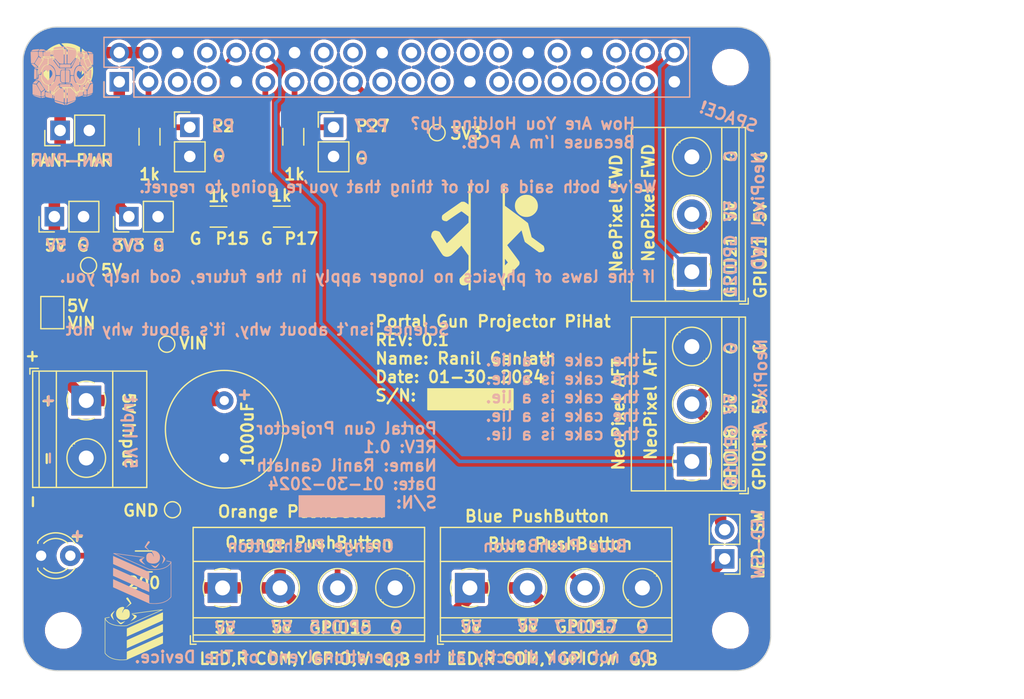
<source format=kicad_pcb>
(kicad_pcb (version 20221018) (generator pcbnew)
  (title_block (date "15 nov 2012"))
  (layers (0 "F.Cu" signal) (31 "B.Cu" power) (34 "B.Paste" user) (35 "F.Paste" user) (36 "B.SilkS" user "B.Silkscreen") (37 "F.SilkS" user "F.Silkscreen") (38 "B.Mask" user) (39 "F.Mask" user) (44 "Edge.Cuts" user))
  (net 0 "")
  (net 1 "GND")
  (net 2 "/GPIO3{slash}SCL1")
  (net 3 "/GPIO4{slash}GPCLK0")
  (net 4 "/GPIO14{slash}TXD0")
  (net 5 "/GPIO22")
  (net 6 "/GPIO23")
  (net 7 "/GPIO24")
  (net 8 "/GPIO10{slash}SPI0.MOSI")
  (net 9 "/GPIO9{slash}SPI0.MISO")
  (net 10 "/GPIO25")
  (net 11 "/GPIO11{slash}SPI0.SCLK")
  (net 12 "/GPIO8{slash}SPI0.CE0")
  (net 13 "/GPIO7{slash}SPI0.CE1")
  (net 14 "/ID_SDA")
  (net 15 "/ID_SCL")
  (net 16 "/GPIO5")
  (net 17 "/GPIO6")
  (net 18 "/GPIO12{slash}PWM0")
  (net 19 "/GPIO13{slash}PWM1")
  (net 20 "/GPIO19{slash}PCM.FS")
  (net 21 "/GPIO16")
  (net 22 "/GPIO26")
  (net 23 "/GPIO20{slash}PCM.DIN")
  (net 24 "+5V")
  (net 25 "+3V3")
  (net 26 "VIN")
  (net 27 "Net-(D1-A)")
  (net 28 "GPIO_SPARE_2")
  (net 29 "PB2_GPIO_WHT")
  (net 30 "PB1_GPIO_WHT")
  (net 31 "LED_AFT_GPIO")
  (net 32 "GPIO_SPARE_1")
  (net 33 "LED_FWD_GPIO")
  (net 34 "LED_PWR")
  (footprint "Connector_PinHeader_2.54mm:PinHeader_1x02_P2.54mm_Vertical" (layer "F.Cu") (at 102.725 60.5 90)
    (fp_text reference "J1" hide)
    (fp_text value "SPARE_5V_PWR")
    (pad "1" thru_hole rect (at 0 0 90) (size 1.7 1.7) (drill 1) (layers "*.Cu" "*.Mask") (net 24 "+5V"))
    (pad "2" thru_hole oval (at 0 2.54 90) (size 1.7 1.7) (drill 1) (layers "*.Cu" "*.Mask") (net 1 "GND"))
  )
  (footprint "MountingHole:MountingHole_2.7mm_M2.5" (layer "F.Cu") (at 161.5 47.5)
    (fp_text reference "MH2" hide)
    (fp_text value "MountingHole_2.7mm_M2.5" hide)
    (pad "" np_thru_hole circle locked (at 0 0) (size 2.7 2.7) (drill 2.7) (layers "*.Cu" "*.Mask"))
  )
  (footprint "Connector_PinHeader_2.54mm:PinHeader_1x02_P2.54mm_Vertical" (layer "F.Cu") (at 114.5 52.725)
    (fp_text reference "SW2" hide)
    (fp_text value "GPIO_SPARE_SW2")
    (pad "1" thru_hole rect (at 0 0) (size 1.7 1.7) (drill 1) (layers "*.Cu" "*.Mask") (net 28 "GPIO_SPARE_2"))
    (pad "2" thru_hole oval (at 0 2.54) (size 1.7 1.7) (drill 1) (layers "*.Cu" "*.Mask") (net 1 "GND"))
  )
  (footprint "Jumper:SolderJumper-2_P1.3mm_Open_Pad1.0x1.5mm" (layer "F.Cu") (at 102.55 68.85 -90)
    (fp_text reference "JP1" hide)
    (fp_text value "Jumper_2_Open")
    (pad "1" smd rect (at -0.65 0 270) (size 1 1.5) (layers "F.Cu" "F.Mask") (net 24 "+5V"))
    (pad "2" smd rect (at 0.65 0 270) (size 1 1.5) (layers "F.Cu" "F.Mask") (net 26 "VIN"))
  )
  (footprint "LED_THT:LED_D3.0mm" (layer "F.Cu") (at 101.575 90)
    (fp_text reference "D1" hide)
    (fp_text value "5V LED")
    (pad "1" thru_hole rect (at 0 0) (size 1.8 1.8) (drill 0.9) (layers "*.Cu" "*.Mask") (net 1 "GND"))
    (pad "2" thru_hole circle (at 2.54 0) (size 1.8 1.8) (drill 0.9) (layers "*.Cu" "*.Mask") (net 27 "Net-(D1-A)"))
  )
  (footprint "TerminalBlock_Phoenix:TerminalBlock_Phoenix_MKDS-1,5-3_1x03_P5.00mm_Horizontal" (layer "F.Cu") (at 158.15 65.3 90)
    (fp_text reference "J6" hide)
    (fp_text value "NeoPixelFWD")
    (pad "1" thru_hole rect (at 0 0 90) (size 2.6 2.6) (drill 1.3) (layers "*.Cu" "*.Mask") (net 33 "LED_FWD_GPIO"))
    (pad "2" thru_hole circle (at 5 0 90) (size 2.6 2.6) (drill 1.3) (layers "*.Cu" "*.Mask") (net 34 "LED_PWR"))
    (pad "3" thru_hole circle (at 10 0 90) (size 2.6 2.6) (drill 1.3) (layers "*.Cu" "*.Mask") (net 1 "GND"))
  )
  (footprint "TestPoint:TestPoint_Pad_D1.0mm" (layer "F.Cu") (at 136 53.2)
    (fp_text reference "TP2" hide)
    (fp_text value "TestPoint")
    (pad "1" smd circle (at 0 0) (size 1 1) (layers "F.Cu" "F.Mask") (net 25 "+3V3"))
  )
  (footprint "Resistor_SMD:R_1206_3216Metric_Pad1.30x1.75mm_HandSolder" (layer "F.Cu") (at 123.5 53.55 90)
    (fp_text reference "R1" hide)
    (fp_text value "1kOhm")
    (pad "1" smd roundrect (at -1.55 0 90) (size 1.3 1.75) (layers "F.Cu" "F.Paste" "F.Mask") (roundrect_rratio 0.1923076923) (net 1 "GND"))
    (pad "2" smd roundrect (at 1.55 0 90) (size 1.3 1.75) (layers "F.Cu" "F.Paste" "F.Mask") (roundrect_rratio 0.1923076923) (net 32 "GPIO_SPARE_1"))
  )
  (footprint "TerminalBlock_Phoenix:TerminalBlock_Phoenix_MKDS-1,5-4_1x04_P5.00mm_Horizontal" (layer "F.Cu") (at 117.35 92.8)
    (fp_text reference "J8" hide)
    (fp_text value "PushButton2")
    (pad "1" thru_hole rect (at 0 0) (size 2.6 2.6) (drill 1.3) (layers "*.Cu" "*.Mask") (net 24 "+5V"))
    (pad "2" thru_hole circle (at 5 0) (size 2.6 2.6) (drill 1.3) (layers "*.Cu" "*.Mask") (net 24 "+5V"))
    (pad "3" thru_hole circle (at 10 0) (size 2.6 2.6) (drill 1.3) (layers "*.Cu" "*.Mask") (net 29 "PB2_GPIO_WHT"))
    (pad "4" thru_hole circle (at 15 0) (size 2.6 2.6) (drill 1.3) (layers "*.Cu" "*.Mask") (net 1 "GND"))
  )
  (footprint "Resistor_SMD:R_1206_3216Metric_Pad1.30x1.75mm_HandSolder" (layer "F.Cu") (at 117 60.5)
    (fp_text reference "R5" hide)
    (fp_text value "1kOhm")
    (pad "1" smd roundrect (at -1.55 0) (size 1.3 1.75) (layers "F.Cu" "F.Paste" "F.Mask") (roundrect_rratio 0.1923076923) (net 1 "GND"))
    (pad "2" smd roundrect (at 1.55 0) (size 1.3 1.75) (layers "F.Cu" "F.Paste" "F.Mask") (roundrect_rratio 0.1923076923) (net 29 "PB2_GPIO_WHT"))
  )
  (footprint "Resistor_SMD:R_1206_3216Metric_Pad1.30x1.75mm_HandSolder" (layer "F.Cu") (at 110.5 90.5 180)
    (fp_text reference "R3" hide)
    (fp_text value "200ohm")
    (pad "1" smd roundrect (at -1.55 0 180) (size 1.3 1.75) (layers "F.Cu" "F.Paste" "F.Mask") (roundrect_rratio 0.1923076923) (net 24 "+5V"))
    (pad "2" smd roundrect (at 1.55 0 180) (size 1.3 1.75) (layers "F.Cu" "F.Paste" "F.Mask") (roundrect_rratio 0.1923076923) (net 27 "Net-(D1-A)"))
  )
  (footprint "TestPoint:TestPoint_Pad_D1.0mm" (layer "F.Cu") (at 113 86)
    (fp_text reference "TP4" hide)
    (fp_text value "TestPoint")
    (pad "1" smd circle (at 0 0) (size 1 1) (layers "F.Cu" "F.Mask") (net 1 "GND"))
  )
  (footprint "TerminalBlock_Phoenix:TerminalBlock_Phoenix_MKDS-1,5-2_1x02_P5.00mm_Horizontal" (layer "F.Cu") (at 105.5 76.5 -90)
    (fp_text reference "J2" hide)
    (fp_text value "5V Input")
    (pad "1" thru_hole rect (at 0 0 270) (size 2.6 2.6) (drill 1.3) (layers "*.Cu" "*.Mask") (net 26 "VIN"))
    (pad "2" thru_hole circle (at 5 0 270) (size 2.6 2.6) (drill 1.3) (layers "*.Cu" "*.Mask") (net 1 "GND"))
  )
  (footprint "TestPoint:TestPoint_Pad_D1.0mm" (layer "F.Cu") (at 112.5 71.6)
    (fp_text reference "TP3" hide)
    (fp_text value "TestPoint")
    (pad "1" smd circle (at 0 0) (size 1 1) (layers "F.Cu" "F.Mask") (net 26 "VIN"))
  )
  (footprint "MountingHole:MountingHole_2.7mm_M2.5" (layer "F.Cu") (at 103.5 96.5)
    (fp_text reference "MH3" hide)
    (fp_text value "MountingHole_2.7mm_M2.5" hide)
    (pad "" np_thru_hole circle locked (at 0 0) (size 2.7 2.7) (drill 2.7) (layers "*.Cu" "*.Mask"))
  )
  (footprint "testlib:aperture" (layer "F.Cu") (at 103.7 47.8)
    (fp_text reference "G***" hide)
    (fp_text value "LOGO" hide)
  )
  (footprint "Capacitor_THT:C_Radial_D10.0mm_H16.0mm_P5.00mm" (layer "F.Cu") (at 117.5 76.5 -90)
    (fp_text reference "C1" hide)
    (fp_text value "1000uF")
    (pad "1" thru_hole circle (at 0 0 270) (size 1.6 1.6) (drill 0.8) (layers "*.Cu" "*.Mask") (net 26 "VIN"))
    (pad "2" thru_hole circle (at 5 0 270) (size 1.6 1.6) (drill 0.8) (layers "*.Cu" "*.Mask") (net 1 "GND"))
  )
  (footprint "Resistor_SMD:R_1206_3216Metric_Pad1.30x1.75mm_HandSolder" (layer "F.Cu") (at 122.5 60.5)
    (fp_text reference "R4" hide)
    (fp_text value "1kOhm")
    (pad "1" smd roundrect (at -1.55 0) (size 1.3 1.75) (layers "F.Cu" "F.Paste" "F.Mask") (roundrect_rratio 0.1923076923) (net 1 "GND"))
    (pad "2" smd roundrect (at 1.55 0) (size 1.3 1.75) (layers "F.Cu" "F.Paste" "F.Mask") (roundrect_rratio 0.1923076923) (net 30 "PB1_GPIO_WHT"))
  )
  (footprint "Connector_PinHeader_2.54mm:PinHeader_1x02_P2.54mm_Vertical" (layer "F.Cu") (at 109.2 60.5 90)
    (fp_text reference "J4" hide)
    (fp_text value "SPARE_3V_PWR")
    (pad "1" thru_hole rect (at 0 0 90) (size 1.7 1.7) (drill 1) (layers "*.Cu" "*.Mask") (net 25 "+3V3"))
    (pad "2" thru_hole oval (at 0 2.54 90) (size 1.7 1.7) (drill 1) (layers "*.Cu" "*.Mask") (net 1 "GND"))
  )
  (footprint "TestPoint:TestPoint_Pad_D1.0mm" (layer "F.Cu") (at 105.7 64.75)
    (fp_text reference "TP1" hide)
    (fp_text value "TestPoint")
    (pad "1" smd circle (at 0 0) (size 1 1) (layers "F.Cu" "F.Mask") (net 24 "+5V"))
  )
  (footprint "TerminalBlock_Phoenix:TerminalBlock_Phoenix_MKDS-1,5-3_1x03_P5.00mm_Horizontal" (layer "F.Cu") (at 158.15 81.8 90)
    (fp_text reference "J9" hide)
    (fp_text value "NeoPixelAFT")
    (pad "1" thru_hole rect (at 0 0 90) (size 2.6 2.6) (drill 1.3) (layers "*.Cu" "*.Mask") (net 31 "LED_AFT_GPIO"))
    (pad "2" thru_hole circle (at 5 0 90) (size 2.6 2.6) (drill 1.3) (layers "*.Cu" "*.Mask") (net 34 "LED_PWR"))
    (pad "3" thru_hole circle (at 10 0 90) (size 2.6 2.6) (drill 1.3) (layers "*.Cu" "*.Mask") (net 1 "GND"))
  )
  (footprint "MountingHole:MountingHole_2.7mm_M2.5" (layer "F.Cu") (at 161.5 96.5)
    (fp_text reference "MH4" hide)
    (fp_text value "MountingHole_2.7mm_M2.5" hide)
    (pad "" np_thru_hole circle locked (at 0 0) (size 2.7 2.7) (drill 2.7) (layers "*.Cu" "*.Mask"))
  )
  (footprint "Connector_PinHeader_2.54mm:PinHeader_1x02_P2.54mm_Vertical" (layer "F.Cu") (at 103.225 53 90)
    (fp_text reference "J5" hide)
    (fp_text value "FAN_PWR")
    (pad "1" thru_hole rect (at 0 0 90) (size 1.7 1.7) (drill 1) (layers "*.Cu" "*.Mask") (net 24 "+5V"))
    (pad "2" thru_hole oval (at 0 2.54 90) (size 1.7 1.7) (drill 1) (layers "*.Cu" "*.Mask") (net 1 "GND"))
  )
  (footprint "testlib:cake" (layer "F.Cu") (at 109.7 96.3)
    (fp_text reference "G***" hide)
    (fp_text value "LOGO" hide)
  )
  (footprint "TerminalBlock_Phoenix:TerminalBlock_Phoenix_MKDS-1,5-4_1x04_P5.00mm_Horizontal" (layer "F.Cu") (at 138.85 92.8)
    (fp_text reference "J7" hide)
    (fp_text value "PushButton1")
    (pad "1" thru_hole rect (at 0 0) (size 2.6 2.6) (drill 1.3) (layers "*.Cu" "*.Mask") (net 24 "+5V"))
    (pad "2" thru_hole circle (at 5 0) (size 2.6 2.6) (drill 1.3) (layers "*.Cu" "*.Mask") (net 24 "+5V"))
    (pad "3" thru_hole circle (at 10 0) (size 2.6 2.6) (drill 1.3) (layers "*.Cu" "*.Mask") (net 30 "PB1_GPIO_WHT"))
    (pad "4" thru_hole circle (at 15 0) (size 2.6 2.6) (drill 1.3) (layers "*.Cu" "*.Mask") (net 1 "GND"))
  )
  (footprint "Connector_PinHeader_2.54mm:PinHeader_1x02_P2.54mm_Vertical" (layer "F.Cu") (at 127 52.725)
    (fp_text reference "SW1" hide)
    (fp_text value "GPIO_SPARE_SW1")
    (pad "1" thru_hole rect (at 0 0) (size 1.7 1.7) (drill 1) (layers "*.Cu" "*.Mask") (net 32 "GPIO_SPARE_1"))
    (pad "2" thru_hole oval (at 0 2.54) (size 1.7 1.7) (drill 1) (layers "*.Cu" "*.Mask") (net 1 "GND"))
  )
  (footprint "Connector_PinHeader_2.54mm:PinHeader_1x02_P2.54mm_Vertical" (layer "F.Cu") (at 161 90.275 180)
    (fp_text reference "SW3" hide)
    (fp_text value "LED_PWR_SW")
    (pad "1" thru_hole rect (at 0 0 180) (size 1.7 1.7) (drill 1) (layers "*.Cu" "*.Mask") (net 24 "+5V"))
    (pad "2" thru_hole oval (at 0 2.54 180) (size 1.7 1.7) (drill 1) (layers "*.Cu" "*.Mask") (net 34 "LED_PWR"))
  )
  (footprint "Resistor_SMD:R_1206_3216Metric_Pad1.30x1.75mm_HandSolder" (layer "F.Cu") (at 111 53.55 90)
    (fp_text reference "R2" hide)
    (fp_text value "1kOhm")
    (pad "1" smd roundrect (at -1.55 0 90) (size 1.3 1.75) (layers "F.Cu" "F.Paste" "F.Mask") (roundrect_rratio 0.1923076923) (net 1 "GND"))
    (pad "2" smd roundrect (at 1.55 0 90) (size 1.3 1.75) (layers "F.Cu" "F.Paste" "F.Mask") (roundrect_rratio 0.1923076923) (net 28 "GPIO_SPARE_2"))
  )
  (footprint "testlib:guy2" (layer "F.Cu") (at 140.4 62.3)
    (fp_text reference "G***" hide)
    (fp_text value "LOGO" hide)
  )
  (footprint "testlib:cube" (layer "B.Cu") (at 103.5 48.2 180)
    (fp_text reference "G***" hide)
    (fp_text value "LOGO" hide)
  )
  (footprint "testlib:cake" (layer "B.Cu") (at 110.3 91.4 180)
    (fp_text reference "G***" hide)
    (fp_text value "LOGO" hide)
  )
  (footprint "Connector_PinSocket_2.54mm:PinSocket_2x20_P2.54mm_Vertical" (layer "B.Cu") (at 108.37 48.77 -90)
    (fp_text reference "J3" hide)
    (fp_text value "GPIO")
    (pad "1" thru_hole rect (at 0 0 270) (size 1.7 1.7) (drill 1) (layers "*.Cu" "*.Mask") (net 25 "+3V3"))
    (pad "2" thru_hole oval (at -2.54 0 270) (size 1.7 1.7) (drill 1) (layers "*.Cu" "*.Mask") (net 24 "+5V"))
    (pad "3" thru_hole oval (at 0 -2.54 270) (size 1.7 1.7) (drill 1) (layers "*.Cu" "*.Mask") (net 28 "GPIO_SPARE_2"))
    (pad "4" thru_hole oval (at -2.54 -2.54 270) (size 1.7 1.7) (drill 1) (layers "*.Cu" "*.Mask") (net 24 "+5V"))
    (pad "5" thru_hole oval (at 0 -5.08 270) (size 1.7 1.7) (drill 1) (layers "*.Cu" "*.Mask") (net 2 "/GPIO3{slash}SCL1"))
    (pad "6" thru_hole oval (at -2.54 -5.08 270) (size 1.7 1.7) (drill 1) (layers "*.Cu" "*.Mask") (net 1 "GND"))
    (pad "7" thru_hole oval (at 0 -7.62 270) (size 1.7 1.7) (drill 1) (layers "*.Cu" "*.Mask") (net 3 "/GPIO4{slash}GPCLK0"))
    (pad "8" thru_hole oval (at -2.54 -7.62 270) (size 1.7 1.7) (drill 1) (layers "*.Cu" "*.Mask") (net 4 "/GPIO14{slash}TXD0"))
    (pad "9" thru_hole oval (at 0 -10.16 270) (size 1.7 1.7) (drill 1) (layers "*.Cu" "*.Mask") (net 1 "GND"))
    (pad "10" thru_hole oval (at -2.54 -10.16 270) (size 1.7 1.7) (drill 1) (layers "*.Cu" "*.Mask") (net 29 "PB2_GPIO_WHT"))
    (pad "11" thru_hole oval (at 0 -12.7 270) (size 1.7 1.7) (drill 1) (layers "*.Cu" "*.Mask") (net 30 "PB1_GPIO_WHT"))
    (pad "12" thru_hole oval (at -2.54 -12.7 270) (size 1.7 1.7) (drill 1) (layers "*.Cu" "*.Mask") (net 31 "LED_AFT_GPIO"))
    (pad "13" thru_hole oval (at 0 -15.24 270) (size 1.7 1.7) (drill 1) (layers "*.Cu" "*.Mask") (net 32 "GPIO_SPARE_1"))
    (pad "14" thru_hole oval (at -2.54 -15.24 270) (size 1.7 1.7) (drill 1) (layers "*.Cu" "*.Mask") (net 1 "GND"))
    (pad "15" thru_hole oval (at 0 -17.78 270) (size 1.7 1.7) (drill 1) (layers "*.Cu" "*.Mask") (net 5 "/GPIO22"))
    (pad "16" thru_hole oval (at -2.54 -17.78 270) (size 1.7 1.7) (drill 1) (layers "*.Cu" "*.Mask") (net 6 "/GPIO23"))
    (pad "17" thru_hole oval (at 0 -20.32 270) (size 1.7 1.7) (drill 1) (layers "*.Cu" "*.Mask") (net 25 "+3V3"))
    (pad "18" thru_hole oval (at -2.54 -20.32 270) (size 1.7 1.7) (drill 1) (layers "*.Cu" "*.Mask") (net 7 "/GPIO24"))
    (pad "19" thru_hole oval (at 0 -22.86 270) (size 1.7 1.7) (drill 1) (layers "*.Cu" "*.Mask") (net 8 "/GPIO10{slash}SPI0.MOSI"))
    (pad "20" thru_hole oval (at -2.54 -22.86 270) (size 1.7 1.7) (drill 1) (layers "*.Cu" "*.Mask") (net 1 "GND"))
    (pad "21" thru_hole oval (at 0 -25.4 270) (size 1.7 1.7) (drill 1) (layers "*.Cu" "*.Mask") (net 9 "/GPIO9{slash}SPI0.MISO"))
    (pad "22" thru_hole oval (at -2.54 -25.4 270) (size 1.7 1.7) (drill 1) (layers "*.Cu" "*.Mask") (net 10 "/GPIO25"))
    (pad "23" thru_hole oval (at 0 -27.94 270) (size 1.7 1.7) (drill 1) (layers "*.Cu" "*.Mask") (net 11 "/GPIO11{slash}SPI0.SCLK"))
    (pad "24" thru_hole oval (at -2.54 -27.94 270) (size 1.7 1.7) (drill 1) (layers "*.Cu" "*.Mask") (net 12 "/GPIO8{slash}SPI0.CE0"))
    (pad "25" thru_hole oval (at 0 -30.48 270) (size 1.7 1.7) (drill 1) (layers "*.Cu" "*.Mask") (net 1 "GND"))
    (pad "26" thru_hole oval (at -2.54 -30.48 270) (size 1.7 1.7) (drill 1) (layers "*.Cu" "*.Mask") (net 13 "/GPIO7{slash}SPI0.CE1"))
    (pad "27" thru_hole oval (at 0 -33.02 270) (size 1.7 1.7) (drill 1) (layers "*.Cu" "*.Mask") (net 14 "/ID_SDA"))
    (pad "28" thru_hole oval (at -2.54 -33.02 270) (size 1.7 1.7) (drill 1) (layers "*.Cu" "*.Mask") (net 15 "/ID_SCL"))
    (pad "29" thru_hole oval (at 0 -35.56 270) (size 1.7 1.7) (drill 1) (layers "*.Cu" "*.Mask") (net 16 "/GPIO5"))
    (pad "30" thru_hole oval (at -2.54 -35.56 270) (size 1.7 1.7) (drill 1) (layers "*.Cu" "*.Mask") (net 1 "GND"))
    (pad "31" thru_hole oval (at 0 -38.1 270) (size 1.7 1.7) (drill 1) (layers "*.Cu" "*.Mask") (net 17 "/GPIO6"))
    (pad "32" thru_hole oval (at -2.54 -38.1 270) (size 1.7 1.7) (drill 1) (layers "*.Cu" "*.Mask") (net 18 "/GPIO12{slash}PWM0"))
    (pad "33" thru_hole oval (at 0 -40.64 270) (size 1.7 1.7) (drill 1) (layers "*.Cu" "*.Mask") (net 19 "/GPIO13{slash}PWM1"))
    (pad "34" thru_hole oval (at -2.54 -40.64 270) (size 1.7 1.7) (drill 1) (layers "*.Cu" "*.Mask") (net 1 "GND"))
    (pad "35" thru_hole oval (at 0 -43.18 270) (size 1.7 1.7) (drill 1) (layers "*.Cu" "*.Mask") (net 20 "/GPIO19{slash}PCM.FS"))
    (pad "36" thru_hole oval (at -2.54 -43.18 270) (size 1.7 1.7) (drill 1) (layers "*.Cu" "*.Mask") (net 21 "/GPIO16"))
    (pad "37" thru_hole oval (at 0 -45.72 270) (size 1.7 1.7) (drill 1) (layers "*.Cu" "*.Mask") (net 22 "/GPIO26"))
    (pad "38" thru_hole oval (at -2.54 -45.72 270) (size 1.7 1.7) (drill 1) (layers "*.Cu" "*.Mask") (net 23 "/GPIO20{slash}PCM.DIN"))
    (pad "39" thru_hole oval (at 0 -48.26 270) (size 1.7 1.7) (drill 1) (layers "*.Cu" "*.Mask") (net 1 "GND"))
    (pad "40" thru_hole oval (at -2.54 -48.26 270) (size 1.7 1.7) (drill 1) (layers "*.Cu" "*.Mask") (net 33 "LED_FWD_GPIO"))
  )
  (gr_rect (start 124.034 84.811) (end 131.4 86.589) (stroke (width 0.15)) (fill solid) (layer "B.SilkS"))
  (gr_line (start 107.04 50.1) (end 107.04 48.77) (stroke (width 0.12)) (layer "F.SilkS"))
  (gr_line (start 107.04 50.1) (end 108.37 50.1) (stroke (width 0.12)) (layer "F.SilkS"))
  (gr_rect (start 135.217 75.5) (end 142.583 77.278) (stroke (width 0.15)) (fill solid) (layer "F.SilkS"))
  (gr_arc (start 162 44) (mid 164.12132 44.87868) (end 165 47) (stroke (width 0.1)) (layer "Edge.Cuts"))
  (gr_line (start 165 97) (end 165 47) (stroke (width 0.1)) (layer "Edge.Cuts"))
  (gr_line (start 100 47) (end 100 63) (stroke (width 0.1)) (layer "Edge.Cuts"))
  (gr_arc (start 103 100) (mid 100.87868 99.12132) (end 100 97) (stroke (width 0.1)) (layer "Edge.Cuts"))
  (gr_line (start 103 100) (end 162 100) (stroke (width 0.1)) (layer "Edge.Cuts"))
  (gr_arc (start 165 97) (mid 164.12132 99.12132) (end 162 100) (stroke (width 0.1)) (layer "Edge.Cuts"))
  (gr_line (start 100 63) (end 100 81) (stroke (width 0.1)) (layer "Edge.Cuts"))
  (gr_arc (start 100 47) (mid 100.87868 44.87868) (end 103 44) (stroke (width 0.1)) (layer "Edge.Cuts"))
  (gr_line (start 100 81) (end 100 97) (stroke (width 0.1)) (layer "Edge.Cuts"))
  (gr_line (start 162 44) (end 103 44) (stroke (width 0.1)) (layer "Edge.Cuts"))
  (gr_text "G" (at 153.9 96.8) (layer "B.SilkS") (effects (font (size 1 1) (thickness 0.2)) (justify bottom mirror)))
  (gr_text "NeoPixel FWD" (at 164.5 60 90) (layer "B.SilkS") (effects (font (size 1 1) (thickness 0.2)) (justify bottom mirror)))
  (gr_text "Orange PushButton" (at 125 89.75) (layer "B.SilkS") (effects (font (size 1 1) (thickness 0.2)) (justify bottom mirror)))
  (gr_text "P2" (at 117.4 53.2) (layer "B.SilkS") (effects (font (size 1 1) (thickness 0.2)) (justify bottom mirror)))
  (gr_text "NeoPixel AFT" (at 164.75 76 90) (layer "B.SilkS") (effects (font (size 1 1) (thickness 0.2)) (justify bottom mirror)))
  (gr_text "-" (at 102.85 81.5 -270) (layer "B.SilkS") (effects (font (size 1 1) (thickness 0.2)) (justify bottom mirror)))
  (gr_text "If the laws of physics no longer apply in the future, God help you." (at 155.1 66.3) (layer "B.SilkS") (effects (font (size 1 1) (thickness 0.2)) (justify left bottom mirror)))
  (gr_text "5V" (at 162.1 76.8 90) (layer "B.SilkS") (effects (font (size 1 1) (thickness 0.2)) (justify bottom mirror)))
  (gr_text "G" (at 129.5 56) (layer "B.SilkS") (effects (font (size 1 1) (thickness 0.2)) (justify bottom mirror)))
  (gr_text "GPIO17" (at 148.9 96.8) (layer "B.SilkS") (effects (font (size 1 1) (thickness 0.2)) (justify bottom mirror)))
  (gr_text "G" (at 105.3 63.5) (layer "B.SilkS") (effects (font (size 1 1) (thickness 0.2)) (justify bottom mirror)))
  (gr_text "Do not look directly at the operational end of The Device." (at 154.7 99.4) (layer "B.SilkS") (effects (font (size 1 1) (thickness 0.2)) (justify left bottom mirror)))
  (gr_text "FAN-PWR" (at 104.3 56.2) (layer "B.SilkS") (effects (font (size 1 1) (thickness 0.2)) (justify bottom mirror)))
  (gr_text "We've both said a lot of thing that you're going to regret." (at 155.2 58.5) (layer "B.SilkS") (effects (font (size 1 1) (thickness 0.2)) (justify left bottom mirror)))
  (gr_text "How Are You Holding Up? \nBecause I'm A PCB." (at 153.34 54.61) (layer "B.SilkS") (effects (font (size 1 1) (thickness 0.2)) (justify left bottom mirror)))
  (gr_text "G" (at 132.5 96.8) (layer "B.SilkS") (effects (font (size 1 1) (thickness 0.2)) (justify bottom mirror)))
  (gr_text "+" (at 102.75 76.5 -270) (layer "B.SilkS") (effects (font (size 1 1) (thickness 0.2)) (justify bottom mirror)))
  (gr_text "Science isn't about why, it's about why not" (at 137.2 70.9) (layer "B.SilkS") (effects (font (size 1 1) (thickness 0.2)) (justify left bottom mirror)))
  (gr_text "5V Input" (at 108.75 79.25 -90) (layer "B.SilkS") (effects (font (size 1 1) (thickness 0.2)) (justify bottom mirror)))
  (gr_text "GPIO18" (at 162.2 81.3 90) (layer "B.SilkS") (effects (font (size 1 1) (thickness 0.2)) (justify bottom mirror)))
  (gr_text "5V" (at 162.1 60 90) (layer "B.SilkS") (effects (font (size 1 1) (thickness 0.2)) (justify bottom mirror)))
  (gr_text "+" (at 119.75 76 -270) (layer "B.SilkS") (effects (font (size 1 1) (thickness 0.2)) (justify bottom mirror)))
  (gr_text "Blue PushButton" (at 146.25 89.75) (layer "B.SilkS") (effects (font (size 1 1) (thickness 0.2)) (justify bottom mirror)))
  (gr_text "the cake is a lie.\nthe cake is a lie.\nthe cake is a lie.\nthe cake is a lie.\nthe cake is a lie." (at 153.7 80.01) (layer "B.SilkS") (effects (font (size 1 1) (thickness 0.2)) (justify left bottom mirror)))
  (gr_text "LED-SW" (at 164.5 89 90) (layer "B.SilkS") (effects (font (size 1 1) (thickness 0.2)) (justify bottom mirror)))
  (gr_text "5V" (at 139 96.8) (layer "B.SilkS") (effects (font (size 1 1) (thickness 0.2)) (justify bottom mirror)))
  (gr_text "GPIO15" (at 127.6 96.8) (layer "B.SilkS") (effects (font (size 1 1) (thickness 0.2)) (justify bottom mirror)))
  (gr_text "GPIO21" (at 162.1 64.8 90) (layer "B.SilkS") (effects (font (size 1 1) (thickness 0.2)) (justify bottom mirror)))
  (gr_text "Portal Gun Projector\nREV: 0.1\nName: Ranil Ganlath\nDate: 01-30-2024\nS/N:" (at 136.099 85.954) (layer "B.SilkS") (effects (font (size 1 1) (thickness 0.2)) (justify left bottom mirror)))
  (gr_text "5V" (at 102.9 63.6) (layer "B.SilkS") (effects (font (size 1 1) (thickness 0.2)) (justify bottom mirror)))
  (gr_text "G" (at 162.1 71.9 90) (layer "B.SilkS") (effects (font (size 1 1) (thickness 0.2)) (justify bottom mirror)))
  (gr_text "P27" (at 130.25238 53.2) (layer "B.SilkS") (effects (font (size 1 1) (thickness 0.2)) (justify bottom mirror)))
  (gr_text "5V" (at 117.6 96.9) (layer "B.SilkS") (effects (font (size 1 1) (thickness 0.2)) (justify bottom mirror)))
  (gr_text "G" (at 117.1 55.8) (layer "B.SilkS") (effects (font (size 1 1) (thickness 0.2)) (justify bottom mirror)))
  (gr_text "3V3" (at 109.1 63.6) (layer "B.SilkS") (effects (font (size 1 1) (thickness 0.2)) (justify bottom mirror)))
  (gr_text "SPACE!" (at 163.7 53.3 340) (layer "B.SilkS") (effects (font (size 1 1) (thickness 0.2)) (justify left bottom mirror)))
  (gr_text "5V" (at 143.9 96.7) (layer "B.SilkS") (effects (font (size 1 1) (thickness 0.2)) (justify bottom mirror)))
  (gr_text "G" (at 162.1 55.25 90) (layer "B.SilkS") (effects (font (size 1 1) (thickness 0.2)) (justify bottom mirror)))
  (gr_text "+" (at 104.75 88.75) (layer "B.SilkS") (effects (font (size 1 1) (thickness 0.2)) (justify bottom mirror)))
  (gr_text "5V" (at 122.5 96.8) (layer "B.SilkS") (effects (font (size 1 1) (thickness 0.2)) (justify bottom mirror)))
  (gr_text "G" (at 111.8 63.6) (layer "B.SilkS") (effects (font (size 1 1) (thickness 0.2)) (justify bottom mirror)))
  (gr_text "5V" (at 162.1 76.8 90) (layer "F.SilkS") (effects (font (size 1 1) (thickness 0.2)) (justify bottom)))
  (gr_text "GPIO18" (at 164.6 81.6 90) (layer "F.SilkS") (effects (font (size 1 1) (thickness 0.2)) (justify bottom)))
  (gr_text "NeoPixel AFT" (at 152.35 77.7 90) (layer "F.SilkS") (effects (font (size 1 1) (thickness 0.2)) (justify bottom)))
  (gr_text "3V3" (at 109.2 63.6) (layer "F.SilkS") (effects (font (size 1 1) (thickness 0.2)) (justify bottom)))
  (gr_text "NeoPixel FWD" (at 154.95 59.3 90) (layer "F.SilkS") (effects (font (size 1 1) (thickness 0.2)) (justify bottom)))
  (gr_text "VIN" (at 105.1 70.35) (layer "F.SilkS") (effects (font (size 1 1) (thickness 0.2)) (justify bottom)))
  (gr_text "GPIO17" (at 149 96.75) (layer "F.SilkS") (effects (font (size 1 1) (thickness 0.2)) (justify bottom)))
  (gr_text "G" (at 117 55.8) (layer "F.SilkS") (effects (font (size 1 1) (thickness 0.2)) (justify bottom)))
  (gr_text "G" (at 153.8 96.75) (layer "F.SilkS") (effects (font (size 1 1) (thickness 0.2)) (justify bottom)))
  (gr_text "1k" (at 117 59.3) (layer "F.SilkS") (effects (font (size 1 1) (thickness 0.2)) (justify bottom)))
  (gr_text "LED,R" (at 138.95 99.55) (layer "F.SilkS") (effects (font (size 1 1) (thickness 0.2)) (justify bottom)))
  (gr_text "P27" (at 130.4 53.2) (layer "F.SilkS") (effects (font (size 1 1) (thickness 0.2)) (justify bottom)))
  (gr_text "5V" (at 117.55 96.85) (layer "F.SilkS") (effects (font (size 1 1) (thickness 0.2)) (justify bottom)))
  (gr_text "+" (at 100.3 72.65 270) (layer "F.SilkS") (effects (font (size 1 1) (thickness 0.2)) (justify bottom)))
  (gr_text "VIN" (at 114.8 72.1) (layer "F.SilkS") (effects (font (size 1 1) (thickness 0.2)) (justify bottom)))
  (gr_text "GND" (at 110.25 86.65) (layer "F.SilkS") (effects (font (size 1 1) (thickness 0.2)) (justify bottom)))
  (gr_text "5V" (at 138.95 96.75) (layer "F.SilkS") (effects (font (size 1 1) (thickness 0.2)) (justify bottom)))
  (gr_text "+" (at 118.75 76 270) (layer "F.SilkS") (effects (font (size 1 1) (thickness 0.2)) (justify bottom)))
  (gr_text "Blue PushButton" (at 144.7 87.15) (layer "F.SilkS") (effects (font (size 1 1) (thickness 0.2)) (justify bottom)))
  (gr_text "FAN-PWR" (at 104.2 56.2) (layer "F.SilkS") (effects (font (size 1 1) (thickness 0.2)) (justify bottom)))
  (gr_text "GPIO15" (at 127.6 96.85) (layer "F.SilkS") (effects (font (size 1 1) (thickness 0.2)) (justify bottom)))
  (gr_text "P15" (at 118.2 63) (layer "F.SilkS") (effects (font (size 1 1) (thickness 0.2)) (justify bottom)))
  (gr_text "G" (at 162.15 55.25 90) (layer "F.SilkS") (effects (font (size 1 1) (thickness 0.2)) (justify bottom)))
  (gr_text "GPIO,W" (at 149.1 99.55) (layer "F.SilkS") (effects (font (size 1 1) (thickness 0.2)) (justify bottom)))
  (gr_text "-" (at 100.35 85.3 270) (layer "F.SilkS") (effects (font (size 1 1) (thickness 0.2)) (justify bottom)))
  (gr_text "G,B" (at 132.45 99.6) (layer "F.SilkS") (effects (font (size 1 1) (thickness 0.2)) (justify bottom)))
  (gr_text "G" (at 162.15 72 90) (layer "F.SilkS") (effects (font (size 1 1) (thickness 0.2)) (justify bottom)))
  (gr_text "G" (at 111.8 63.6) (layer "F.SilkS") (effects (font (size 1 1) (thickness 0.2)) (justify bottom)))
  (gr_text "G" (at 132.4 96.85) (layer "F.SilkS") (effects (font (size 1 1) (thickness 0.2)) (justify bottom)))
  (gr_text "GPIO,W" (at 127.6 99.55) (layer "F.SilkS") (effects (font (size 1 1) (thickness 0.2)) (justify bottom)))
  (gr_text "Orange PushButton" (at 124.2 86.75) (layer "F.SilkS") (effects (font (size 1 1) (thickness 0.2)) (justify bottom)))
  (gr_text "5V" (at 143.9 96.7) (layer "F.SilkS") (effects (font (size 1 1) (thickness 0.2)) (justify bottom)))
  (gr_text "Portal Gun Projector PiHat\nREV: 0.1\nName: Ranil Ganlath\nDate: 01-30-2024\nS/N:" (at 130.518 76.643) (layer "F.SilkS") (effects (font (size 1 1) (thickness 0.2)) (justify left bottom)))
  (gr_text "P17" (at 124.2 63) (layer "F.SilkS") (effects (font (size 1 1) (thickness 0.2)) (justify bottom)))
  (gr_text "GPIO18" (at 162.1 81.6 90) (layer "F.SilkS") (effects (font (size 1 1) (thickness 0.2)) (justify bottom)))
  (gr_text "1k" (at 123.6 57.4) (layer "F.SilkS") (effects (font (size 1 1) (thickness 0.2)) (justify bottom)))
  (gr_text "-" (at 101.55 81.55 270) (layer "F.SilkS") (effects (font (size 1 1) (thickness 0.2)) (justify bottom)))
  (gr_text "G" (at 121.2 63) (layer "F.SilkS") (effects (font (size 1 1) (thickness 0.2)) (justify bottom)))
  (gr_text "5V" (at 164.6 76.8 90) (layer "F.SilkS") (effects (font (size 1 1) (thickness 0.2)) (justify bottom)))
  (gr_text "5V Input" (at 108.6 79 -90) (layer "F.SilkS") (effects (font (size 1 1) (thickness 0.2)) (justify bottom)))
  (gr_text "G" (at 115 63) (layer "F.SilkS") (effects (font (size 1 1) (thickness 0.2)) (justify bottom)))
  (gr_text "1k" (at 122.45 59.25) (layer "F.SilkS") (effects (font (size 1 1) (thickness 0.2)) (justify bottom)))
  (gr_text "200" (at 110.5 92.95) (layer "F.SilkS") (effects (font (size 1 1) (thickness 0.2)) (justify bottom)))
  (gr_text "+" (at 104.7 88.85) (layer "F.SilkS") (effects (font (size 1 1) (thickness 0.2)) (justify bottom)))
  (gr_text "COM,Y" (at 122.45 99.55) (layer "F.SilkS") (effects (font (size 1 1) (thickness 0.2)) (justify bottom)))
  (gr_text "5V" (at 122.5 96.8) (layer "F.SilkS") (effects (font (size 1 1) (thickness 0.2)) (justify bottom)))
  (gr_text "5V" (at 162.1 60.05 90) (layer "F.SilkS") (effects (font (size 1 1) (thickness 0.2)) (justify bottom)))
  (gr_text "G" (at 105.2 63.6) (layer "F.SilkS") (effects (font (size 1 1) (thickness 0.2)) (justify bottom)))
  (gr_text "Orange PushButton" (at 124.85 89.45) (layer "F.SilkS") (effects (font (size 1 1) (thickness 0.2)) (justify bottom)))
  (gr_text "1k" (at 111 57.4) (layer "F.SilkS") (effects (font (size 1 1) (thickness 0.2)) (justify bottom)))
  (gr_text "NeoPixel AFT" (at 155.15 76.8 90) (layer "F.SilkS") (effects (font (size 1 1) (thickness 0.2)) (justify bottom)))
  (gr_text "G,B" (at 153.95 99.6) (layer "F.SilkS") (effects (font (size 1 1) (thickness 0.2)) (justify bottom)))
  (gr_text "P2" (at 117.4 53.2) (layer "F.SilkS") (effects (font (size 1 1) (thickness 0.2)) (justify bottom)))
  (gr_text "3V3" (at 138.55 53.85) (layer "F.SilkS") (effects (font (size 1 1) (thickness 0.2)) (justify bottom)))
  (gr_text "5V" (at 102.8 63.6) (layer "F.SilkS") (effects (font (size 1 1) (thickness 0.2)) (justify bottom)))
  (gr_text "GPIO21" (at 164.7 64.9 90) (layer "F.SilkS") (effects (font (size 1 1) (thickness 0.2)) (justify bottom)))
  (gr_text "5V" (at 164.7 60.1 90) (layer "F.SilkS") (effects (font (size 1 1) (thickness 0.2)) (justify bottom)))
  (gr_text "LED,R" (at 117.45 99.55) (layer "F.SilkS") (effects (font (size 1 1) (thickness 0.2)) (justify bottom)))
  (gr_text "+" (at 101.65 76.55 270) (layer "F.SilkS") (effects (font (size 1 1) (thickness 0.2)) (justify bottom)))
  (gr_text "5V" (at 107.7 65.75) (layer "F.SilkS") (effects (font (size 1 1) (thickness 0.2)) (justify bottom)))
  (gr_text "Blue PushButton" (at 146.7 89.55) (layer "F.SilkS") (effects (font (size 1 1) (thickness 0.2)) (justify bottom)))
  (gr_text "G" (at 129.4 56) (layer "F.SilkS") (effects (font (size 1 1) (thickness 0.2)) (justify bottom)))
  (gr_text "NeoPixel FWD" (at 152.15 60.2 90) (layer "F.SilkS") (effects (font (size 1 1) (thickness 0.2)) (justify bottom)))
  (gr_text "G" (at 164.75 55.3 90) (layer "F.SilkS") (effects (font (size 1 1) (thickness 0.2)) (justify bottom)))
  (gr_text "GPIO21" (at 162.1 64.85 90) (layer "F.SilkS") (effects (font (size 1 1) (thickness 0.2)) (justify bottom)))
  (gr_text "1000uF" (at 120.1 79.4 90) (layer "F.SilkS") (effects (font (size 1 1) (thickness 0.2)) (justify bottom)))
  (gr_text "5V" (at 104.75 68.85) (layer "F.SilkS") (effects (font (size 1 1) (thickness 0.2)) (justify bottom)))
  (gr_text "G" (at 164.65 72 90) (layer "F.SilkS") (effects (font (size 1 1) (thickness 0.2)) (justify bottom)))
  (gr_text "LED-SW" (at 164.5 89 90) (layer "F.SilkS") (effects (font (size 1 1) (thickness 0.2)) (justify bottom)))
  (gr_text "COM,Y" (at 143.95 99.55) (layer "F.SilkS") (effects (font (size 1 1) (thickness 0.2)) (justify bottom)))
  (segment (start 105.5 85.05) (end 105.5 81.5) (width 0.5) (layer "F.Cu") (net 1))
  (segment (start 111 55.1) (end 111.74 55.84) (width 0.5) (layer "F.Cu") (net 1))
  (segment (start 111.74 55.84) (end 111.74 60.5) (width 0.5) (layer "F.Cu") (net 1))
  (segment (start 115.45 56.215) (end 115.45 60.5) (width 0.5) (layer "F.Cu") (net 1))
  (segment (start 127 55.265) (end 136.935 55.265) (width 0.5) (layer "F.Cu") (net 1))
  (segment (start 118.53 58.08) (end 118.53 48.77) (width 0.5) (layer "F.Cu") (net 1))
  (segment (start 105.45 86.125) (end 105.45 85.1) (width 0.5) (layer "F.Cu") (net 1))
  (segment (start 127 55.265) (end 123.665 55.265) (width 0.5) (layer "F.Cu") (net 1))
  (segment (start 136.935 55.265) (end 138.85 53.35) (width 0.5) (layer "F.Cu") (net 1))
  (segment (start 114.5 55.265) (end 111.165 55.265) (width 0.5) (layer "F.Cu") (net 1))
  (segment (start 154.85 55.3) (end 153.9 56.25) (width 1) (layer "F.Cu") (net 1))
  (segment (start 111.165 55.265) (end 111 55.1) (width 0.5) (layer "F.Cu") (net 1))
  (segment (start 111.74 61.385) (end 111.74 60.5) (width 0.5) (layer "F.Cu") (net 1))
  (segment (start 158.15 55.3) (end 154.85 55.3) (width 1) (layer "F.Cu") (net 1))
  (segment (start 105.765 60) (end 105.265 60.5) (width 0.5) (layer "F.Cu") (net 1))
  (segment (start 105.265 60.5) (end 107.165 62.4) (width 0.5) (layer "F.Cu") (net 1))
  (segment (start 105.45 85.1) (end 105.5 85.05) (width 0.5) (layer "F.Cu") (net 1))
  (segment (start 153.9 67.55) (end 158.15 71.8) (width 1) (layer "F.Cu") (net 1))
  (segment (start 105.765 53) (end 105.765 60) (width 0.5) (layer "F.Cu") (net 1))
  (segment (start 101.575 90) (end 105.45 86.125) (width 0.5) (layer "F.Cu") (net 1))
  (segment (start 113 86) (end 117.5 81.5) (width 0.5) (layer "F.Cu") (net 1))
  (segment (start 120.95 60.5) (end 118.53 58.08) (width 0.5) (layer "F.Cu") (net 1))
  (segment (start 153.9 56.25) (end 153.9 67.55) (width 1) (layer "F.Cu") (net 1))
  (segment (start 107.165 62.4) (end 110.725 62.4) (width 0.5) (layer "F.Cu") (net 1))
  (segment (start 138.85 53.35) (end 138.85 48.77) (width 0.5) (layer "F.Cu") (net 1))
  (segment (start 114.5 55.265) (end 115.45 56.215) (width 0.5) (layer "F.Cu") (net 1))
  (segment (start 110.725 62.4) (end 111.74 61.385) (width 0.5) (layer "F.Cu") (net 1))
  (segment (start 123.665 55.265) (end 123.5 55.1) (width 0.5) (layer "F.Cu") (net 1))
  (segment (start 132.35 92.8) (end 121.05 81.5) (width 1) (layer "B.Cu") (net 1))
  (segment (start 105.5 81.5) (end 117.5 81.5) (width 1) (layer "B.Cu") (net 1))
  (segment (start 135.7 89.45) (end 150.5 89.45) (width 1) (layer "B.Cu") (net 1))
  (segment (start 121.05 81.5) (end 117.5 81.5) (width 1) (layer "B.Cu") (net 1))
  (segment (start 132.35 92.8) (end 135.7 89.45) (width 1) (layer "B.Cu") (net 1))
  (segment (start 150.5 89.45) (end 153.85 92.8) (width 1) (layer "B.Cu") (net 1))
  (segment (start 108.37 46.23) (end 105.27 46.23) (width 1) (layer "F.Cu") (net 24))
  (segment (start 103.7 64.75) (end 102.725 65.725) (width 0.5) (layer "F.Cu") (net 24))
  (segment (start 136.4 96.05) (end 138.85 93.6) (width 1) (layer "F.Cu") (net 24))
  (segment (start 122.35 84.75) (end 122.35 92.8) (width 1) (layer "F.Cu") (net 24))
  (segment (start 146.85 95.8) (end 155.5 95.8) (width 1) (layer "F.Cu") (net 24))
  (segment (start 124 83.1) (end 122.35 84.75) (width 1) (layer "F.Cu") (net 24))
  (segment (start 103.225 53) (end 103.225 57.375) (width 1) (layer "F.Cu") (net 24))
  (segment (start 125.6 96.05) (end 136.4 96.05) (width 1) (layer "F.Cu") (net 24))
  (segment (start 105.27 46.23) (end 103.225 48.275) (width 1) (layer "F.Cu") (net 24))
  (segment (start 138.85 92.8) (end 143.85 92.8) (width 1) (layer "F.Cu") (net 24))
  (segment (start 155.5 95.8) (end 156.1 95.2) (width 1) (layer "F.Cu") (net 24))
  (segment (start 105.7 64.75) (end 103.7 64.75) (width 0.5) (layer "F.Cu") (net 24))
  (segment (start 102.725 65.725) (end 106.2 69.2) (width 1) (layer "F.Cu") (net 24))
  (segment (start 110.91 46.23) (end 108.37 46.23) (width 1) (layer "F.Cu") (net 24))
  (segment (start 114.35 92.8) (end 112.05 90.5) (width 1) (layer "F.Cu") (net 24))
  (segment (start 138.85 93.6) (end 138.85 92.8) (width 1) (layer "F.Cu") (net 24))
  (segment (start 122.35 92.8) (end 117.35 92.8) (width 1) (layer "F.Cu") (net 24))
  (segment (start 124 75.5) (end 124 83.1) (width 1) (layer "F.Cu") (net 24))
  (segment (start 117.35 92.8) (end 114.35 92.8) (width 1) (layer "F.Cu") (net 24))
  (segment (start 102.725 60.5) (end 102.725 68.025) (width 1) (layer "F.Cu") (net 24))
  (segment (start 156.1 95.175) (end 161 90.275) (width 1) (layer "F.Cu") (net 24))
  (segment (start 106.2 69.2) (end 117.7 69.2) (width 1) (layer "F.Cu") (net 24))
  (segment (start 156.1 95.2) (end 156.1 95.175) (width 1) (layer "F.Cu") (net 24))
  (segment (start 143.85 92.8) (end 146.85 95.8) (width 1) (layer "F.Cu") (net 24))
  (segment (start 103.225 48.275) (end 103.225 53) (width 1) (layer "F.Cu") (net 24))
  (segment (start 103.225 57.375) (end 102.725 57.875) (width 1) (layer "F.Cu") (net 24))
  (segment (start 117.7 69.2) (end 124 75.5) (width 1) (layer "F.Cu") (net 24))
  (segment (start 102.725 68.025) (end 102.55 68.2) (width 1) (layer "F.Cu") (net 24))
  (segment (start 122.35 92.8) (end 125.6 96.05) (width 1) (layer "F.Cu") (net 24))
  (segment (start 102.725 57.875) (end 102.725 60.5) (width 1) (layer "F.Cu") (net 24))
  (segment (start 128.69 48.77) (end 133.12 53.2) (width 0.5) (layer "F.Cu") (net 25))
  (segment (start 108.37 48.77) (end 108.37 59.67) (width 1) (layer "F.Cu") (net 25))
  (segment (start 133.12 53.2) (end 136 53.2) (width 0.5) (layer "F.Cu") (net 25))
  (segment (start 108.37 59.67) (end 109.2 60.5) (width 1) (layer "F.Cu") (net 25))
  (segment (start 102.55 69.5) (end 102.55 73.55) (width 1) (layer "F.Cu") (net 26))
  (segment (start 117.5 76.5) (end 105.5 76.5) (width 1) (layer "F.Cu") (net 26))
  (segment (start 112.5 71.6) (end 117.4 76.5) (width 0.5) (layer "F.Cu") (net 26))
  (segment (start 117.4 76.5) (end 117.5 76.5) (width 0.5) (layer "F.Cu") (net 26))
  (segment (start 102.55 73.55) (end 105.5 76.5) (width 1) (layer "F.Cu") (net 26))
  (segment (start 104.115 90) (end 108.45 90) (width 0.5) (layer "F.Cu") (net 27))
  (segment (start 108.45 90) (end 108.95 90.5) (width 0.5) (layer "F.Cu") (net 27))
  (segment (start 114.5 52.725) (end 111.725 52.725) (width 0.5) (layer "F.Cu") (net 28))
  (segment (start 111.725 52.725) (end 111 52) (width 0.5) (layer "F.Cu") (net 28))
  (segment (start 110.91 51.91) (end 111 52) (width 0.5) (layer "F.Cu") (net 28))
  (segment (start 110.91 48.77) (end 110.91 51.91) (width 0.5) (layer "F.Cu") (net 28))
  (segment (start 118.53 46.23) (end 117.25 47.51) (width 0.3) (layer "F.Cu") (net 29))
  (segment (start 117.25 47.51) (end 117.25 59.2) (width 0.3) (layer "F.Cu") (net 29))
  (segment (start 127.35 75.85) (end 127.35 92.8) (width 0.5) (layer "F.Cu") (net 29))
  (segment (start 118.55 60.5) (end 118.5 60.55) (width 0.5) (layer "F.Cu") (net 29))
  (segment (start 118.5 67) (end 127.35 75.85) (width 0.5) (layer "F.Cu") (net 29))
  (segment (start 118.5 60.55) (end 118.5 67) (width 0.5) (layer "F.Cu") (net 29))
  (segment (start 117.25 59.2) (end 118.55 60.5) (width 0.3) (layer "F.Cu") (net 29))
  (segment (start 121.07 57.52) (end 124.05 60.5) (width 0.5) (layer "F.Cu") (net 30))
  (segment (start 129.65 75.7) (end 129.65 85.95) (width 0.5) (layer "F.Cu") (net 30))
  (segment (start 144.15 88.1) (end 148.85 92.8) (width 0.5) (layer "F.Cu") (net 30))
  (segment (start 124.05 60.5) (end 124.05 70.1) (width 0.5) (layer "F.Cu") (net 30))
  (segment (start 121.07 48.77) (end 121.07 57.52) (width 0.5) (layer "F.Cu") (net 30))
  (segment (start 129.65 85.95) (end 131.8 88.1) (width 0.5) (layer "F.Cu") (net 30))
  (segment (start 124.05 70.1) (end 129.65 75.7) (width 0.5) (layer "F.Cu") (net 30))
  (segment (start 131.8 88.1) (end 144.15 88.1) (width 0.5) (layer "F.Cu") (net 30))
  (segment (start 122.325 50.275) (end 121.975 50.625) (width 0.3) (layer "B.Cu") (net 31))
  (segment (start 125.9 69.75) (end 137.95 81.8) (width 0.3) (layer "B.Cu") (net 31))
  (segment (start 121.07 46.23) (end 122.325 47.485) (width 0.3) (layer "B.Cu") (net 31))
  (segment (start 122.325 47.485) (end 122.325 50.275) (width 0.3) (layer "B.Cu") (net 31))
  (segment (start 121.975 56.475) (end 123.3 57.8) (width 0.3) (layer "B.Cu") (net 31))
  (segment (start 125.9 59.5) (end 125.9 69.75) (width 0.3) (layer "B.Cu") (net 31))
  (segment (start 124.2 57.8) (end 125.9 59.5) (width 0.3) (layer "B.Cu") (net 31))
  (segment (start 137.95 81.8) (end 158.15 81.8) (width 0.3) (layer "B.Cu") (net 31))
  (segment (start 123.3 57.8) (end 124.2 57.8) (width 0.3) (layer "B.Cu") (net 31))
  (segment (start 121.975 50.625) (end 121.975 56.475) (width 0.3) (layer "B.Cu") (net 31))
  (segment (start 123.61 48.77) (end 123.61 51.89) (width 0.5) (layer "F.Cu") (net 32))
  (segment (start 127 52.725) (end 124.225 52.725) (width 0.5) (layer "F.Cu") (net 32))
  (segment (start 124.225 52.725) (end 123.5 52) (width 0.5) (layer "F.Cu") (net 32))
  (segment (start 123.61 51.89) (end 123.5 52) (width 0.5) (layer "F.Cu") (net 32))
  (segment (start 155.35 62.5) (end 158.15 65.3) (width 0.3) (layer "B.Cu") (net 33))
  (segment (start 155.35 47.51) (end 155.35 62.5) (width 0.3) (layer "B.Cu") (net 33))
  (segment (start 156.63 46.23) (end 155.35 47.51) (width 0.3) (layer "B.Cu") (net 33))
  (segment (start 161.15 79.8) (end 161.15 83.3) (width 1) (layer "F.Cu") (net 34))
  (segment (start 161.15 83.3) (end 160.65 83.8) (width 1) (layer "F.Cu") (net 34))
  (segment (start 161.15 63.3) (end 161.15 73.8) (width 1) (layer "F.Cu") (net 34))
  (segment (start 158.15 76.8) (end 161.15 79.8) (width 1) (layer "F.Cu") (net 34))
  (segment (start 161.15 73.8) (end 158.15 76.8) (width 1) (layer "F.Cu") (net 34))
  (segment (start 160.65 83.8) (end 160.65 87.035) (width 1) (layer "F.Cu") (net 34))
  (segment (start 158.15 60.3) (end 161.15 63.3) (width 1) (layer "F.Cu") (net 34))
  (zone (net 1) (net_name "GND") (layers "F&B.Cu") (connect_pads yes (clearance 0.3)) (min_thickness 0.25) (fill yes (thermal_gap 0.5) (thermal_bridge_width 0.5))
    (polygon (pts (xy 98.5 42.5) (xy 166.5 42.5) (xy 166.5 102) (xy 98 102.5)))
  )
)
</source>
